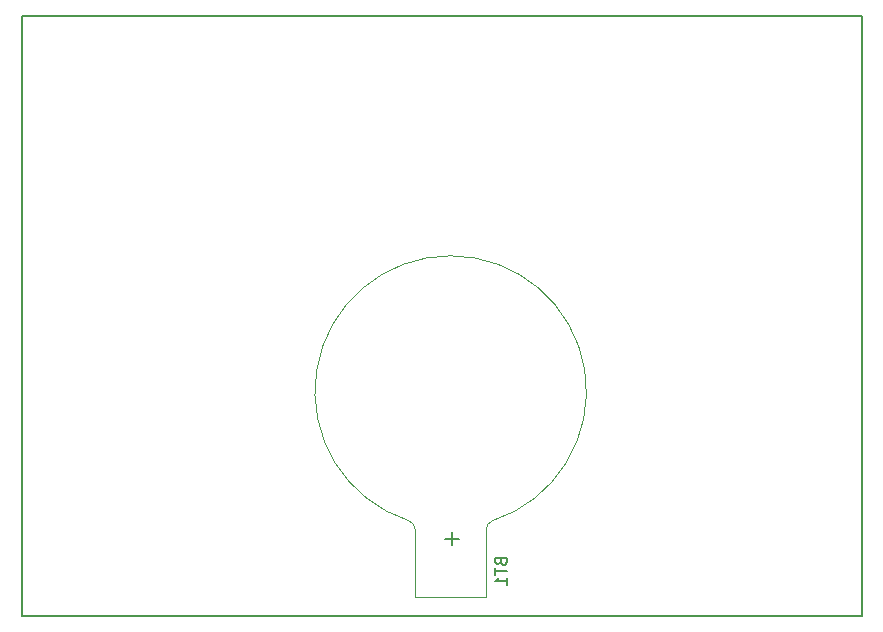
<source format=gbr>
%TF.GenerationSoftware,KiCad,Pcbnew,5.1.5-52549c5~84~ubuntu18.04.1*%
%TF.CreationDate,2020-07-26T00:10:31-03:00*%
%TF.ProjectId,Placa tesis,506c6163-6120-4746-9573-69732e6b6963,rev?*%
%TF.SameCoordinates,Original*%
%TF.FileFunction,Legend,Bot*%
%TF.FilePolarity,Positive*%
%FSLAX46Y46*%
G04 Gerber Fmt 4.6, Leading zero omitted, Abs format (unit mm)*
G04 Created by KiCad (PCBNEW 5.1.5-52549c5~84~ubuntu18.04.1) date 2020-07-26 00:10:31*
%MOMM*%
%LPD*%
G04 APERTURE LIST*
%TA.AperFunction,Profile*%
%ADD10C,0.150000*%
%TD*%
%ADD11C,0.120000*%
%ADD12C,0.150000*%
G04 APERTURE END LIST*
D10*
X82800000Y-91800000D02*
X153900000Y-91800000D01*
X153900000Y-41000000D02*
X153900000Y-91800000D01*
X82800000Y-41000000D02*
X82800000Y-91800000D01*
X82800000Y-41000000D02*
X153900000Y-41000000D01*
D11*
%TO.C,BT1*%
X119145281Y-61294329D02*
G75*
G03X115600000Y-83740000I-45281J-11495671D01*
G01*
X115573616Y-83738246D02*
G75*
G02X116100000Y-84490000I-273616J-751754D01*
G01*
X119054719Y-61294329D02*
G75*
G02X122600000Y-83740000I45281J-11495671D01*
G01*
X122626384Y-83738246D02*
G75*
G03X122100000Y-84490000I273616J-751754D01*
G01*
X122100000Y-90190000D02*
X122100000Y-84490000D01*
X116100000Y-90190000D02*
X122100000Y-90190000D01*
X116100000Y-90190000D02*
X116100000Y-84490000D01*
%TD*%
%TO.C,BT1*%
D12*
X123328571Y-87204285D02*
X123376190Y-87347142D01*
X123423809Y-87394761D01*
X123519047Y-87442380D01*
X123661904Y-87442380D01*
X123757142Y-87394761D01*
X123804761Y-87347142D01*
X123852380Y-87251904D01*
X123852380Y-86870952D01*
X122852380Y-86870952D01*
X122852380Y-87204285D01*
X122900000Y-87299523D01*
X122947619Y-87347142D01*
X123042857Y-87394761D01*
X123138095Y-87394761D01*
X123233333Y-87347142D01*
X123280952Y-87299523D01*
X123328571Y-87204285D01*
X123328571Y-86870952D01*
X122852380Y-87728095D02*
X122852380Y-88299523D01*
X123852380Y-88013809D02*
X122852380Y-88013809D01*
X123852380Y-89156666D02*
X123852380Y-88585238D01*
X123852380Y-88870952D02*
X122852380Y-88870952D01*
X122995238Y-88775714D01*
X123090476Y-88680476D01*
X123138095Y-88585238D01*
X119207142Y-84668571D02*
X119207142Y-85811428D01*
X119778571Y-85240000D02*
X118635714Y-85240000D01*
%TD*%
M02*

</source>
